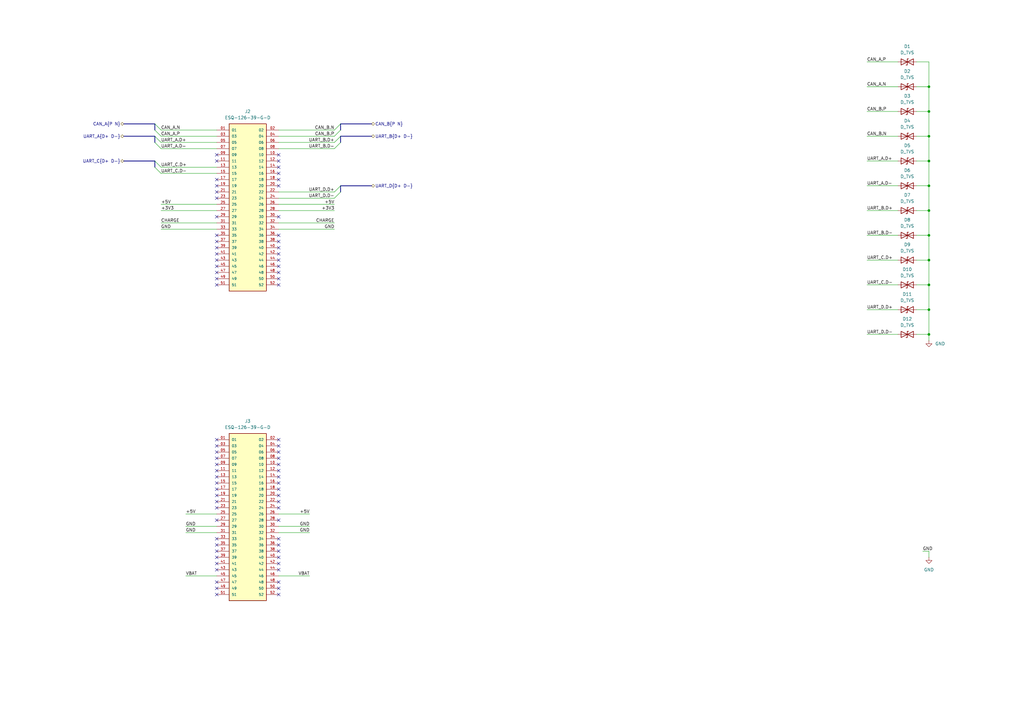
<source format=kicad_sch>
(kicad_sch (version 20231120) (generator "eeschema") (generator_version "8.0")
  (paper "A3")
  (title_block (title "CubeSat RP2040 Board") (date "2024-08-28") (rev "1") (company "Magnus Oksbøl Therkelsen") (comment 1 "Author: Magnus Oksbøl Therkelsen") (comment 2 "Checked by: "))
  (lib_symbols
    (symbol "Device:D_TVS" (pin_numbers hide) (pin_names (offset 1.016) hide)
      (property "Reference" "D" (at 0 2.54 0))
      (property "Value" "D_TVS" (at 0 -2.54 0))
      (symbol "D_TVS_0_1"
        (polyline (pts (xy 1.27 0) (xy -1.27 0)))
        (polyline (pts (xy 0.508 1.27) (xy 0 1.27) (xy 0 -1.27) (xy -0.508 -1.27)) (stroke (width 0.254)))
        (polyline (pts (xy -2.54 1.27) (xy -2.54 -1.27) (xy 2.54 1.27) (xy 2.54 -1.27) (xy -2.54 1.27)) (stroke (width 0.254)))
      )
      (symbol "D_TVS_1_1"
        (pin passive line (at -3.81 0 0) (length 2.54) (name "A1") (number "1"))
        (pin passive line (at 3.81 0 180) (length 2.54) (name "A2") (number "2"))
      )
    )
    (symbol "cubesat_rp2040:ESQ-126-39-G-D" (pin_names (offset 1.016))
      (property "Reference" "J" (at -8.12 35.56 0))
      (property "Value" "ESQ-126-39-G-D" (at -7.62 -35.56 0))
      (symbol "ESQ-126-39-G-D_0_0"
        (rectangle (start -7.62 -33.02) (end 7.62 35.56) (stroke (width 0.254)) (fill (type background)))
        (pin passive line (at -12.7 33.02 0) (length 5.08) (name "01") (number "01"))
        (pin passive line (at 12.7 33.02 180) (length 5.08) (name "02") (number "02"))
        (pin passive line (at -12.7 30.48 0) (length 5.08) (name "03") (number "03"))
        (pin passive line (at 12.7 30.48 180) (length 5.08) (name "04") (number "04"))
        (pin passive line (at -12.7 27.94 0) (length 5.08) (name "05") (number "05"))
        (pin passive line (at 12.7 27.94 180) (length 5.08) (name "06") (number "06"))
        (pin passive line (at -12.7 25.4 0) (length 5.08) (name "07") (number "07"))
        (pin passive line (at 12.7 25.4 180) (length 5.08) (name "08") (number "08"))
        (pin passive line (at -12.7 22.86 0) (length 5.08) (name "09") (number "09"))
        (pin passive line (at 12.7 22.86 180) (length 5.08) (name "10") (number "10"))
        (pin passive line (at -12.7 20.32 0) (length 5.08) (name "11") (number "11"))
        (pin passive line (at 12.7 20.32 180) (length 5.08) (name "12") (number "12"))
        (pin passive line (at -12.7 17.78 0) (length 5.08) (name "13") (number "13"))
        (pin passive line (at 12.7 17.78 180) (length 5.08) (name "14") (number "14"))
        (pin passive line (at -12.7 15.24 0) (length 5.08) (name "15") (number "15"))
        (pin passive line (at 12.7 15.24 180) (length 5.08) (name "16") (number "16"))
        (pin passive line (at -12.7 12.7 0) (length 5.08) (name "17") (number "17"))
        (pin passive line (at 12.7 12.7 180) (length 5.08) (name "18") (number "18"))
        (pin passive line (at -12.7 10.16 0) (length 5.08) (name "19") (number "19"))
        (pin passive line (at 12.7 10.16 180) (length 5.08) (name "20") (number "20"))
        (pin passive line (at -12.7 7.62 0) (length 5.08) (name "21") (number "21"))
        (pin passive line (at 12.7 7.62 180) (length 5.08) (name "22") (number "22"))
        (pin passive line (at -12.7 5.08 0) (length 5.08) (name "23") (number "23"))
        (pin passive line (at 12.7 5.08 180) (length 5.08) (name "24") (number "24"))
        (pin passive line (at -12.7 2.54 0) (length 5.08) (name "25") (number "25"))
        (pin passive line (at 12.7 2.54 180) (length 5.08) (name "26") (number "26"))
        (pin passive line (at -12.7 0 0) (length 5.08) (name "27") (number "27"))
        (pin passive line (at 12.7 0 180) (length 5.08) (name "28") (number "28"))
        (pin passive line (at -12.7 -2.54 0) (length 5.08) (name "29") (number "29"))
        (pin passive line (at 12.7 -2.54 180) (length 5.08) (name "30") (number "30"))
        (pin passive line (at -12.7 -5.08 0) (length 5.08) (name "31") (number "31"))
        (pin passive line (at 12.7 -5.08 180) (length 5.08) (name "32") (number "32"))
        (pin passive line (at -12.7 -7.62 0) (length 5.08) (name "33") (number "33"))
        (pin passive line (at 12.7 -7.62 180) (length 5.08) (name "34") (number "34"))
        (pin passive line (at -12.7 -10.16 0) (length 5.08) (name "35") (number "35"))
        (pin passive line (at 12.7 -10.16 180) (length 5.08) (name "36") (number "36"))
        (pin passive line (at -12.7 -12.7 0) (length 5.08) (name "37") (number "37"))
        (pin passive line (at 12.7 -12.7 180) (length 5.08) (name "38") (number "38"))
        (pin passive line (at -12.7 -15.24 0) (length 5.08) (name "39") (number "39"))
        (pin passive line (at 12.7 -15.24 180) (length 5.08) (name "40") (number "40"))
        (pin passive line (at -12.7 -17.78 0) (length 5.08) (name "41") (number "41"))
        (pin passive line (at 12.7 -17.78 180) (length 5.08) (name "42") (number "42"))
        (pin passive line (at -12.7 -20.32 0) (length 5.08) (name "43") (number "43"))
        (pin passive line (at 12.7 -20.32 180) (length 5.08) (name "44") (number "44"))
        (pin passive line (at -12.7 -22.86 0) (length 5.08) (name "45") (number "45"))
        (pin passive line (at 12.7 -22.86 180) (length 5.08) (name "46") (number "46"))
        (pin passive line (at -12.7 -25.4 0) (length 5.08) (name "47") (number "47"))
        (pin passive line (at 12.7 -25.4 180) (length 5.08) (name "48") (number "48"))
        (pin passive line (at -12.7 -27.94 0) (length 5.08) (name "49") (number "49"))
        (pin passive line (at 12.7 -27.94 180) (length 5.08) (name "50") (number "50"))
        (pin passive line (at -12.7 -30.48 0) (length 5.08) (name "51") (number "51"))
        (pin passive line (at 12.7 -30.48 180) (length 5.08) (name "52") (number "52"))
      )
    )
    (symbol "power:GND" (power) (pin_numbers hide) (pin_names (offset 0) hide)
      (property "Value" "GND" (at 0 -3.81 0))
      (symbol "GND_0_1"
        (polyline (pts (xy 0 0) (xy 0 -1.27) (xy 1.27 -1.27) (xy 0 -2.54) (xy -1.27 -1.27) (xy 0 -1.27)))
      )
      (symbol "GND_1_1"
        (pin power_in line (at 0 0 270) (length 0) (name "~") (number "1"))
      )
    )
  )
  (junction (at 381 127))
  (junction (at 381 76.2))
  (junction (at 381 35.56))
  (junction (at 381 55.88))
  (junction (at 381 116.84))
  (junction (at 381 66.04))
  (junction (at 381 137.16))
  (junction (at 381 86.36))
  (junction (at 381 96.52))
  (junction (at 381 106.68))
  (junction (at 381 45.72))
  (no_connect (at 88.9 241.3))
  (no_connect (at 114.3 243.84))
  (no_connect (at 114.3 106.68))
  (no_connect (at 88.9 182.88))
  (no_connect (at 88.9 81.28))
  (no_connect (at 114.3 205.74))
  (no_connect (at 114.3 96.52))
  (no_connect (at 88.9 233.68))
  (no_connect (at 114.3 114.3))
  (no_connect (at 114.3 73.66))
  (no_connect (at 88.9 88.9))
  (no_connect (at 88.9 226.06))
  (no_connect (at 114.3 223.52))
  (no_connect (at 88.9 66.04))
  (no_connect (at 114.3 198.12))
  (no_connect (at 114.3 226.06))
  (no_connect (at 114.3 99.06))
  (no_connect (at 114.3 203.2))
  (no_connect (at 88.9 109.22))
  (no_connect (at 114.3 180.34))
  (no_connect (at 88.9 238.76))
  (no_connect (at 114.3 228.6))
  (no_connect (at 88.9 63.5))
  (no_connect (at 88.9 180.34))
  (no_connect (at 114.3 200.66))
  (no_connect (at 88.9 223.52))
  (no_connect (at 114.3 182.88))
  (no_connect (at 88.9 116.84))
  (no_connect (at 114.3 193.04))
  (no_connect (at 88.9 73.66))
  (no_connect (at 88.9 78.74))
  (no_connect (at 114.3 63.5))
  (no_connect (at 88.9 205.74))
  (no_connect (at 114.3 213.36))
  (no_connect (at 88.9 231.14))
  (no_connect (at 88.9 99.06))
  (no_connect (at 88.9 106.68))
  (no_connect (at 88.9 190.5))
  (no_connect (at 114.3 185.42))
  (no_connect (at 114.3 231.14))
  (no_connect (at 114.3 195.58))
  (no_connect (at 114.3 111.76))
  (no_connect (at 114.3 101.6))
  (no_connect (at 88.9 203.2))
  (no_connect (at 114.3 233.68))
  (no_connect (at 114.3 238.76))
  (no_connect (at 114.3 68.58))
  (no_connect (at 88.9 193.04))
  (no_connect (at 114.3 76.2))
  (no_connect (at 114.3 190.5))
  (no_connect (at 114.3 71.12))
  (no_connect (at 88.9 185.42))
  (no_connect (at 88.9 111.76))
  (no_connect (at 88.9 114.3))
  (no_connect (at 88.9 200.66))
  (no_connect (at 88.9 243.84))
  (no_connect (at 88.9 195.58))
  (no_connect (at 114.3 220.98))
  (no_connect (at 88.9 101.6))
  (no_connect (at 88.9 76.2))
  (no_connect (at 114.3 104.14))
  (no_connect (at 114.3 109.22))
  (no_connect (at 88.9 220.98))
  (no_connect (at 114.3 241.3))
  (no_connect (at 114.3 88.9))
  (no_connect (at 88.9 228.6))
  (no_connect (at 88.9 213.36))
  (no_connect (at 114.3 187.96))
  (no_connect (at 88.9 104.14))
  (no_connect (at 88.9 208.28))
  (no_connect (at 114.3 66.04))
  (no_connect (at 88.9 198.12))
  (no_connect (at 88.9 96.52))
  (no_connect (at 114.3 116.84))
  (no_connect (at 88.9 187.96))
  (no_connect (at 114.3 208.28))
  (bus_entry (at 139.7 53.34) (size -2.54 2.54))
  (bus_entry (at 66.04 60.96) (size -2.54 -2.54))
  (bus_entry (at 139.7 58.42) (size -2.54 2.54))
  (bus_entry (at 63.5 50.8) (size 2.54 2.54))
  (bus_entry (at 139.7 50.8) (size -2.54 2.54))
  (bus_entry (at 63.5 53.34) (size 2.54 2.54))
  (bus_entry (at 139.7 78.74) (size -2.54 2.54))
  (bus_entry (at 139.7 55.88) (size -2.54 2.54))
  (bus_entry (at 66.04 71.12) (size -2.54 -2.54))
  (bus_entry (at 66.04 68.58) (size -2.54 -2.54))
  (bus_entry (at 66.04 58.42) (size -2.54 -2.54))
  (bus_entry (at 139.7 76.2) (size -2.54 2.54))
  (wire (pts (xy 66.04 68.58) (xy 88.9 68.58)))
  (wire (pts (xy 66.04 58.42) (xy 88.9 58.42)))
  (wire (pts (xy 127 236.22) (xy 114.3 236.22)))
  (wire (pts (xy 137.16 91.44) (xy 114.3 91.44)))
  (wire (pts (xy 375.92 86.36) (xy 381 86.36)))
  (wire (pts (xy 375.92 106.68) (xy 381 106.68)))
  (wire (pts (xy 355.6 106.68) (xy 368.3 106.68)))
  (wire (pts (xy 381 35.56) (xy 381 25.4)))
  (wire (pts (xy 76.2 236.22) (xy 88.9 236.22)))
  (wire (pts (xy 381 45.72) (xy 381 55.88)))
  (wire (pts (xy 381 76.2) (xy 381 66.04)))
  (bus (pts (xy 139.7 58.42) (xy 139.7 55.88)))
  (bus (pts (xy 50.8 55.88) (xy 63.5 55.88)))
  (wire (pts (xy 355.6 96.52) (xy 368.3 96.52)))
  (bus (pts (xy 139.7 53.34) (xy 139.7 50.8)))
  (wire (pts (xy 355.6 25.4) (xy 368.3 25.4)))
  (wire (pts (xy 76.2 210.82) (xy 88.9 210.82)))
  (wire (pts (xy 375.92 96.52) (xy 381 96.52)))
  (wire (pts (xy 355.6 35.56) (xy 368.3 35.56)))
  (wire (pts (xy 355.6 76.2) (xy 368.3 76.2)))
  (wire (pts (xy 114.3 78.74) (xy 137.16 78.74)))
  (wire (pts (xy 381 226.06) (xy 381 228.6)))
  (wire (pts (xy 137.16 83.82) (xy 114.3 83.82)))
  (wire (pts (xy 66.04 86.36) (xy 88.9 86.36)))
  (wire (pts (xy 381 76.2) (xy 381 86.36)))
  (wire (pts (xy 375.92 45.72) (xy 381 45.72)))
  (bus (pts (xy 139.7 76.2) (xy 139.7 78.74)))
  (wire (pts (xy 114.3 53.34) (xy 137.16 53.34)))
  (wire (pts (xy 114.3 81.28) (xy 137.16 81.28)))
  (wire (pts (xy 66.04 83.82) (xy 88.9 83.82)))
  (wire (pts (xy 127 210.82) (xy 114.3 210.82)))
  (wire (pts (xy 355.6 45.72) (xy 368.3 45.72)))
  (wire (pts (xy 381 137.16) (xy 381 127)))
  (bus (pts (xy 139.7 76.2) (xy 152.4 76.2)))
  (wire (pts (xy 381 35.56) (xy 381 45.72)))
  (wire (pts (xy 66.04 91.44) (xy 88.9 91.44)))
  (wire (pts (xy 76.2 218.44) (xy 88.9 218.44)))
  (wire (pts (xy 66.04 60.96) (xy 88.9 60.96)))
  (wire (pts (xy 381 55.88) (xy 381 66.04)))
  (bus (pts (xy 50.8 66.04) (xy 63.5 66.04)))
  (wire (pts (xy 66.04 71.12) (xy 88.9 71.12)))
  (wire (pts (xy 381 116.84) (xy 381 106.68)))
  (wire (pts (xy 127 218.44) (xy 114.3 218.44)))
  (wire (pts (xy 375.92 137.16) (xy 381 137.16)))
  (wire (pts (xy 381 86.36) (xy 381 96.52)))
  (bus (pts (xy 139.7 55.88) (xy 152.4 55.88)))
  (wire (pts (xy 66.04 53.34) (xy 88.9 53.34)))
  (wire (pts (xy 375.92 116.84) (xy 381 116.84)))
  (wire (pts (xy 127 215.9) (xy 114.3 215.9)))
  (wire (pts (xy 381 137.16) (xy 381 139.7)))
  (wire (pts (xy 66.04 93.98) (xy 88.9 93.98)))
  (wire (pts (xy 355.6 55.88) (xy 368.3 55.88)))
  (bus (pts (xy 50.8 50.8) (xy 63.5 50.8)))
  (wire (pts (xy 381 106.68) (xy 381 96.52)))
  (wire (pts (xy 355.6 66.04) (xy 368.3 66.04)))
  (wire (pts (xy 381 127) (xy 381 116.84)))
  (wire (pts (xy 114.3 55.88) (xy 137.16 55.88)))
  (wire (pts (xy 66.04 55.88) (xy 88.9 55.88)))
  (wire (pts (xy 137.16 93.98) (xy 114.3 93.98)))
  (wire (pts (xy 375.92 76.2) (xy 381 76.2)))
  (wire (pts (xy 355.6 86.36) (xy 368.3 86.36)))
  (bus (pts (xy 139.7 50.8) (xy 152.4 50.8)))
  (wire (pts (xy 375.92 35.56) (xy 381 35.56)))
  (wire (pts (xy 375.92 55.88) (xy 381 55.88)))
  (wire (pts (xy 378.46 226.06) (xy 381 226.06)))
  (wire (pts (xy 114.3 58.42) (xy 137.16 58.42)))
  (bus (pts (xy 63.5 58.42) (xy 63.5 55.88)))
  (wire (pts (xy 375.92 127) (xy 381 127)))
  (wire (pts (xy 76.2 215.9) (xy 88.9 215.9)))
  (wire (pts (xy 375.92 66.04) (xy 381 66.04)))
  (wire (pts (xy 355.6 137.16) (xy 368.3 137.16)))
  (wire (pts (xy 375.92 25.4) (xy 381 25.4)))
  (bus (pts (xy 63.5 68.58) (xy 63.5 66.04)))
  (wire (pts (xy 355.6 127) (xy 368.3 127)))
  (wire (pts (xy 114.3 60.96) (xy 137.16 60.96)))
  (wire (pts (xy 355.6 116.84) (xy 368.3 116.84)))
  (wire (pts (xy 137.16 86.36) (xy 114.3 86.36)))
  (bus (pts (xy 63.5 50.8) (xy 63.5 53.34)))
  (label "VBAT" (at 76.2 236.22 0))
  (label "UART_A.D-" (at 66.04 60.96 0))
  (label "UART_A.D+" (at 355.6 66.04 0))
  (label "CAN_B.P" (at 137.16 55.88 180))
  (label "UART_C.D-" (at 355.6 116.84 0))
  (label "GND" (at 76.2 215.9 0))
  (label "UART_A.D-" (at 355.6 76.2 0))
  (label "UART_D.D-" (at 355.6 137.16 0))
  (label "UART_C.D+" (at 66.04 68.58 0))
  (label "UART_D.D-" (at 137.16 81.28 180))
  (label "+5V" (at 137.16 83.82 180))
  (label "+3V3" (at 137.16 86.36 180))
  (label "UART_B.D+" (at 137.16 58.42 180))
  (label "CAN_A.P" (at 66.04 55.88 0))
  (label "CAN_B.N" (at 137.16 53.34 180))
  (label "GND" (at 378.46 226.06 0))
  (label "UART_D.D+" (at 137.16 78.74 180))
  (label "UART_B.D-" (at 355.6 96.52 0))
  (label "UART_A.D+" (at 66.04 58.42 0))
  (label "CAN_A.N" (at 355.6 35.56 0))
  (label "CAN_B.N" (at 355.6 55.88 0))
  (label "UART_B.D-" (at 137.16 60.96 180))
  (label "+5V" (at 66.04 83.82 0))
  (label "VBAT" (at 127 236.22 180))
  (label "+3V3" (at 66.04 86.36 0))
  (label "CAN_A.P" (at 355.6 25.4 0))
  (label "UART_D.D+" (at 355.6 127 0))
  (label "+5V" (at 127 210.82 180))
  (label "CHARGE" (at 137.16 91.44 180))
  (label "GND" (at 76.2 218.44 0))
  (label "GND" (at 127 218.44 180))
  (label "UART_B.D+" (at 355.6 86.36 0))
  (label "UART_C.D+" (at 355.6 106.68 0))
  (label "CAN_A.N" (at 66.04 53.34 0))
  (label "GND" (at 137.16 93.98 180))
  (label "CHARGE" (at 66.04 91.44 0))
  (label "CAN_B.P" (at 355.6 45.72 0))
  (label "GND" (at 127 215.9 180))
  (label "+5V" (at 76.2 210.82 0))
  (label "GND" (at 66.04 93.98 0))
  (label "UART_C.D-" (at 66.04 71.12 0))
  (hierarchical_label "UART_B{D+ D-}" (shape bidirectional) (at 152.4 55.88 0))
  (hierarchical_label "UART_A{D+ D-}" (shape bidirectional) (at 50.8 55.88 180))
  (hierarchical_label "UART_D{D+ D-}" (shape bidirectional) (at 152.4 76.2 0))
  (hierarchical_label "UART_C{D+ D-}" (shape bidirectional) (at 50.8 66.04 180))
  (hierarchical_label "CAN_A{P N}" (shape bidirectional) (at 50.8 50.8 180))
  (hierarchical_label "CAN_B{P N}" (shape bidirectional) (at 152.4 50.8 0))
  (symbol (lib_id "Device:D_TVS") (at 372.11 137.16 180) (unit 1)
    (property "Reference" "D12" (at 372.11 130.81 0))
    (property "Value" "D_TVS" (at 372.11 133.35 0))
    (property "Footprint" "Diode_SMD:D_0402_1005Metric" (effects (hide yes)))
    (property "Description" "Bidirectional transient-voltage-suppression diode" (effects (hide yes)))
    (property "LCSC_Part_Number" "C1973257" (effects (hide yes)))
    (property "Manufacturer_Name" "Kyocera AVX" (effects (hide yes)))
    (property "Manufacturer_Part_Number" "GG0402052R542P" (effects (hide yes)))
  )
  (symbol (lib_id "power:GND") (at 381 139.7 0) (unit 1)
    (property "Reference" "#PWR08" (effects (hide yes)))
    (property "Value" "GND" (at 383.54 140.9699 0) (effects (justify left)))
    (property "Description" "Power symbol creates a global label with name \"GND\" , ground" (effects (hide yes)))
  )
  (symbol (lib_id "Device:D_TVS") (at 372.11 55.88 180) (unit 1)
    (property "Reference" "D4" (at 372.11 49.53 0))
    (property "Value" "D_TVS" (at 372.11 52.07 0))
    (property "Footprint" "Diode_SMD:D_0402_1005Metric" (effects (hide yes)))
    (property "Description" "Bidirectional transient-voltage-suppression diode" (effects (hide yes)))
    (property "LCSC_Part_Number" "C1973257" (effects (hide yes)))
    (property "Manufacturer_Name" "Kyocera AVX" (effects (hide yes)))
    (property "Manufacturer_Part_Number" "GG0402052R542P" (effects (hide yes)))
  )
  (symbol (lib_id "Device:D_TVS") (at 372.11 35.56 180) (unit 1)
    (property "Reference" "D2" (at 372.11 29.21 0))
    (property "Value" "D_TVS" (at 372.11 31.75 0))
    (property "Footprint" "Diode_SMD:D_0402_1005Metric" (effects (hide yes)))
    (property "Description" "Bidirectional transient-voltage-suppression diode" (effects (hide yes)))
    (property "LCSC_Part_Number" "C1973257" (effects (hide yes)))
    (property "Manufacturer_Name" "Kyocera AVX" (effects (hide yes)))
    (property "Manufacturer_Part_Number" "GG0402052R542P" (effects (hide yes)))
  )
  (symbol (lib_id "cubesat_rp2040:ESQ-126-39-G-D") (at 101.6 213.36 0) (unit 1)
    (property "Reference" "J3" (at 101.6 172.72 0))
    (property "Value" "ESQ-126-39-G-D" (at 101.6 175.26 0))
    (property "Footprint" "cubesat_rp2040:SAMTEC_ESQ-126-39-G-D_CUBESAT" (effects (hide yes)))
    (property "Datasheet" "http://suddendocs.samtec.com/prints/esq-1xx-xx-x-x-xxx-xx-x-xx-mkt.pdf" (effects (hide yes)))
    (property "Mouser Part Number" "200-ESQ12639GD" (effects (hide yes)))
    (property "Mouser Price/Stock" "https://www.mouser.co.uk/ProductDetail/Samtec/ESQ-126-39-G-D?qs=Cqqh%252BS766wm7W672HSOlSA%3D%3D" (effects (hide yes)))
    (property "Manufacturer_Name" "SAMTEC" (effects (hide yes)))
    (property "Manufacturer_Part_Number" "ESQ-126-39-G-D" (effects (hide yes)))
    (property "PARTREV" "R" (effects (hide yes)))
    (property "STANDARD" "Manufacturer Recommendations" (effects (hide yes)))
    (property "MANUFACTURER" "Samtec" (effects (hide yes)))
    (property "LCSC_Part_Number" "C7466599" (effects (hide yes)))
  )
  (symbol (lib_id "Device:D_TVS") (at 372.11 106.68 180) (unit 1)
    (property "Reference" "D9" (at 372.11 100.33 0))
    (property "Value" "D_TVS" (at 372.11 102.87 0))
    (property "Footprint" "Diode_SMD:D_0402_1005Metric" (effects (hide yes)))
    (property "Description" "Bidirectional transient-voltage-suppression diode" (effects (hide yes)))
    (property "LCSC_Part_Number" "C1973257" (effects (hide yes)))
    (property "Manufacturer_Name" "Kyocera AVX" (effects (hide yes)))
    (property "Manufacturer_Part_Number" "GG0402052R542P" (effects (hide yes)))
  )
  (symbol (lib_id "power:GND") (at 381 228.6 0) (unit 1)
    (property "Reference" "#PWR09" (effects (hide yes)))
    (property "Value" "GND" (at 381 233.68 0))
    (property "Description" "Power symbol creates a global label with name \"GND\" , ground" (effects (hide yes)))
  )
  (symbol (lib_id "Device:D_TVS") (at 372.11 127 180) (unit 1)
    (property "Reference" "D11" (at 372.11 120.65 0))
    (property "Value" "D_TVS" (at 372.11 123.19 0))
    (property "Footprint" "Diode_SMD:D_0402_1005Metric" (effects (hide yes)))
    (property "Description" "Bidirectional transient-voltage-suppression diode" (effects (hide yes)))
    (property "LCSC_Part_Number" "C1973257" (effects (hide yes)))
    (property "Manufacturer_Name" "Kyocera AVX" (effects (hide yes)))
    (property "Manufacturer_Part_Number" "GG0402052R542P" (effects (hide yes)))
  )
  (symbol (lib_id "Device:D_TVS") (at 372.11 66.04 180) (unit 1)
    (property "Reference" "D5" (at 372.11 59.69 0))
    (property "Value" "D_TVS" (at 372.11 62.23 0))
    (property "Footprint" "Diode_SMD:D_0402_1005Metric" (effects (hide yes)))
    (property "Description" "Bidirectional transient-voltage-suppression diode" (effects (hide yes)))
    (property "LCSC_Part_Number" "C1973257" (effects (hide yes)))
    (property "Manufacturer_Name" "Kyocera AVX" (effects (hide yes)))
    (property "Manufacturer_Part_Number" "GG0402052R542P" (effects (hide yes)))
  )
  (symbol (lib_id "cubesat_rp2040:ESQ-126-39-G-D") (at 101.6 86.36 0) (unit 1)
    (property "Reference" "J2" (at 101.6 45.72 0))
    (property "Value" "ESQ-126-39-G-D" (at 101.6 48.26 0))
    (property "Footprint" "cubesat_rp2040:SAMTEC_ESQ-126-39-G-D_CUBESAT" (effects (hide yes)))
    (property "Datasheet" "http://suddendocs.samtec.com/prints/esq-1xx-xx-x-x-xxx-xx-x-xx-mkt.pdf" (effects (hide yes)))
    (property "Mouser Part Number" "200-ESQ12639GD" (effects (hide yes)))
    (property "Mouser Price/Stock" "https://www.mouser.co.uk/ProductDetail/Samtec/ESQ-126-39-G-D?qs=Cqqh%252BS766wm7W672HSOlSA%3D%3D" (effects (hide yes)))
    (property "Manufacturer_Name" "SAMTEC" (effects (hide yes)))
    (property "Manufacturer_Part_Number" "ESQ-126-39-G-D" (effects (hide yes)))
    (property "PARTREV" "R" (effects (hide yes)))
    (property "STANDARD" "Manufacturer Recommendations" (effects (hide yes)))
    (property "MANUFACTURER" "Samtec" (effects (hide yes)))
    (property "LCSC_Part_Number" "C7466599" (effects (hide yes)))
  )
  (symbol (lib_id "Device:D_TVS") (at 372.11 116.84 180) (unit 1)
    (property "Reference" "D10" (at 372.11 110.49 0))
    (property "Value" "D_TVS" (at 372.11 113.03 0))
    (property "Footprint" "Diode_SMD:D_0402_1005Metric" (effects (hide yes)))
    (property "Description" "Bidirectional transient-voltage-suppression diode" (effects (hide yes)))
    (property "LCSC_Part_Number" "C1973257" (effects (hide yes)))
    (property "Manufacturer_Name" "Kyocera AVX" (effects (hide yes)))
    (property "Manufacturer_Part_Number" "GG0402052R542P" (effects (hide yes)))
  )
  (symbol (lib_id "Device:D_TVS") (at 372.11 45.72 180) (unit 1)
    (property "Reference" "D3" (at 372.11 39.37 0))
    (property "Value" "D_TVS" (at 372.11 41.91 0))
    (property "Footprint" "Diode_SMD:D_0402_1005Metric" (effects (hide yes)))
    (property "Description" "Bidirectional transient-voltage-suppression diode" (effects (hide yes)))
    (property "LCSC_Part_Number" "C1973257" (effects (hide yes)))
    (property "Manufacturer_Name" "Kyocera AVX" (effects (hide yes)))
    (property "Manufacturer_Part_Number" "GG0402052R542P" (effects (hide yes)))
  )
  (symbol (lib_id "Device:D_TVS") (at 372.11 86.36 180) (unit 1)
    (property "Reference" "D7" (at 372.11 80.01 0))
    (property "Value" "D_TVS" (at 372.11 82.55 0))
    (property "Footprint" "Diode_SMD:D_0402_1005Metric" (effects (hide yes)))
    (property "Description" "Bidirectional transient-voltage-suppression diode" (effects (hide yes)))
    (property "LCSC_Part_Number" "C1973257" (effects (hide yes)))
    (property "Manufacturer_Name" "Kyocera AVX" (effects (hide yes)))
    (property "Manufacturer_Part_Number" "GG0402052R542P" (effects (hide yes)))
  )
  (symbol (lib_id "Device:D_TVS") (at 372.11 25.4 180) (unit 1)
    (property "Reference" "D1" (at 372.11 19.05 0))
    (property "Value" "D_TVS" (at 372.11 21.59 0))
    (property "Footprint" "Diode_SMD:D_0402_1005Metric" (effects (hide yes)))
    (property "Description" "Bidirectional transient-voltage-suppression diode" (effects (hide yes)))
    (property "LCSC_Part_Number" "C1973257" (effects (hide yes)))
    (property "Manufacturer_Name" "Kyocera AVX" (effects (hide yes)))
    (property "Manufacturer_Part_Number" "GG0402052R542P" (effects (hide yes)))
  )
  (symbol (lib_id "Device:D_TVS") (at 372.11 96.52 180) (unit 1)
    (property "Reference" "D8" (at 372.11 90.17 0))
    (property "Value" "D_TVS" (at 372.11 92.71 0))
    (property "Footprint" "Diode_SMD:D_0402_1005Metric" (effects (hide yes)))
    (property "Description" "Bidirectional transient-voltage-suppression diode" (effects (hide yes)))
    (property "LCSC_Part_Number" "C1973257" (effects (hide yes)))
    (property "Manufacturer_Name" "Kyocera AVX" (effects (hide yes)))
    (property "Manufacturer_Part_Number" "GG0402052R542P" (effects (hide yes)))
  )
  (symbol (lib_id "Device:D_TVS") (at 372.11 76.2 180) (unit 1)
    (property "Reference" "D6" (at 372.11 69.85 0))
    (property "Value" "D_TVS" (at 372.11 72.39 0))
    (property "Footprint" "Diode_SMD:D_0402_1005Metric" (effects (hide yes)))
    (property "Description" "Bidirectional transient-voltage-suppression diode" (effects (hide yes)))
    (property "LCSC_Part_Number" "C1973257" (effects (hide yes)))
    (property "Manufacturer_Name" "Kyocera AVX" (effects (hide yes)))
    (property "Manufacturer_Part_Number" "GG0402052R542P" (effects (hide yes)))
  )
)
</source>
